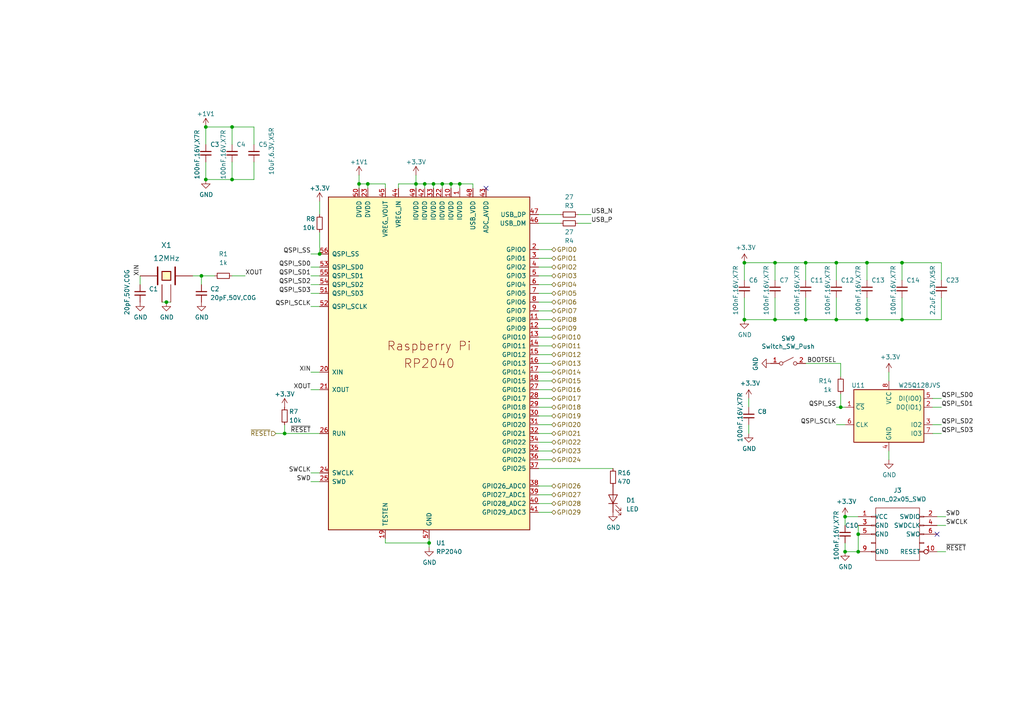
<source format=kicad_sch>
(kicad_sch (version 20250114) (generator "eeschema") (generator_version "9.0")
  (paper "A4")
  (title_block (date "2021-06-05") (rev "Jun2021"))
  (lib_symbols
    (symbol "jlcpcb-basic-capacitor-0402:100nF,16V,X7R "
      (property "Reference" "C" (at 1.71 0.508 0))
      (property "Value" "100nF,16V,X7R" (at 1.71 -1.016 0))
      (symbol "100nF,16V,X7R _0_0"
        (polyline (pts (xy -1.524 0.508) (xy 1.524 0.508)) (stroke (width 0.3048)))
        (polyline (pts (xy -1.524 -0.508) (xy 1.524 -0.508)) (stroke (width 0.3048)))
        (pin passive line (at 0 2.54 270) (length 2.032) (name "~") (number "1"))
        (pin passive line (at 0 -2.54 90) (length 2.032) (name "~") (number "2"))
      )
    )
    (symbol "jlcpcb-basic-capacitor-0402:10uF,6.3V,X5R "
      (property "Reference" "C" (at 1.71 0.508 0))
      (property "Value" "10uF,6.3V,X5R" (at 1.71 -1.016 0))
      (symbol "10uF,6.3V,X5R _0_0"
        (polyline (pts (xy -1.524 0.508) (xy 1.524 0.508)) (stroke (width 0.3048)))
        (polyline (pts (xy -1.524 -0.508) (xy 1.524 -0.508)) (stroke (width 0.3048)))
        (pin passive line (at 0 2.54 270) (length 2.032) (name "~") (number "1"))
        (pin passive line (at 0 -2.54 90) (length 2.032) (name "~") (number "2"))
      )
    )
    (symbol "jlcpcb-basic-capacitor-0402:2.2uF,6.3V,X5R "
      (property "Reference" "C" (at 1.71 0.508 0))
      (property "Value" "2.2uF,6.3V,X5R" (at 1.71 -1.016 0))
      (symbol "2.2uF,6.3V,X5R _0_0"
        (polyline (pts (xy -1.524 0.508) (xy 1.524 0.508)) (stroke (width 0.3048)))
        (polyline (pts (xy -1.524 -0.508) (xy 1.524 -0.508)) (stroke (width 0.3048)))
        (pin passive line (at 0 2.54 270) (length 2.032) (name "~") (number "1"))
        (pin passive line (at 0 -2.54 90) (length 2.032) (name "~") (number "2"))
      )
    )
    (symbol "jlcpcb-basic-capacitor-0402:20pF,50V,C0G "
      (property "Reference" "C" (at 1.71 0.508 0))
      (property "Value" "20pF,50V,C0G" (at 1.71 -1.016 0))
      (symbol "20pF,50V,C0G _0_0"
        (polyline (pts (xy -1.524 0.508) (xy 1.524 0.508)) (stroke (width 0.3048)))
        (polyline (pts (xy -1.524 -0.508) (xy 1.524 -0.508)) (stroke (width 0.3048)))
        (pin passive line (at 0 2.54 270) (length 2.032) (name "~") (number "1"))
        (pin passive line (at 0 -2.54 90) (length 2.032) (name "~") (number "2"))
      )
    )
    (symbol "jlcpcb-basic-resistor-0402:10k"
      (property "Reference" "R" (at 0.762 0.508 0))
      (property "Value" "10k" (at 0.762 -1.016 0))
      (symbol "10k_0_0"
        (rectangle (start -0.762 1.778) (end 0.762 -1.778) (stroke (width 0.2032)))
        (pin passive line (at 0 2.54 270) (length 0.762) (name "~") (number "1"))
        (pin passive line (at 0 -2.54 90) (length 0.762) (name "~") (number "2"))
      )
    )
    (symbol "jlcpcb-basic-resistor-0402:1k"
      (property "Reference" "R" (at 0.762 0.508 0))
      (property "Value" "1k" (at 0.762 -1.016 0))
      (symbol "1k_0_0"
        (rectangle (start -0.762 1.778) (end 0.762 -1.778) (stroke (width 0.2032)))
        (pin passive line (at 0 2.54 270) (length 0.762) (name "~") (number "1"))
        (pin passive line (at 0 -2.54 90) (length 0.762) (name "~") (number "2"))
      )
    )
    (symbol "jlcpcb-basic-resistor-0402:470"
      (property "Reference" "R" (at 0.762 0.508 0))
      (property "Value" "470" (at 0.762 -1.016 0))
      (symbol "470_0_0"
        (rectangle (start -0.762 1.778) (end 0.762 -1.778) (stroke (width 0.2032)))
        (pin passive line (at 0 2.54 270) (length 0.762) (name "~") (number "1"))
        (pin passive line (at 0 -2.54 90) (length 0.762) (name "~") (number "2"))
      )
    )
    (symbol "jlcpcb-basic-resistor-0603:27"
      (property "Reference" "R" (at 0.762 0.508 0))
      (property "Value" "27" (at 0.762 -1.016 0))
      (symbol "27_0_0"
        (rectangle (start -0.762 1.778) (end 0.762 -1.778) (stroke (width 0.2032)))
        (pin passive line (at 0 2.54 270) (length 0.762) (name "~") (number "1"))
        (pin passive line (at 0 -2.54 90) (length 0.762) (name "~") (number "2"))
      )
    )
    (symbol "power:+1V1" (power) (pin_names (offset 0))
      (property "Value" "+1V1" (at 0 3.556 0))
      (symbol "+1V1_0_1"
        (polyline (pts (xy -0.762 1.27) (xy 0 2.54)))
        (polyline (pts (xy 0 2.54) (xy 0.762 1.27)))
        (polyline (pts (xy 0 0) (xy 0 2.54)))
      )
      (symbol "+1V1_1_1"
        (pin power_in line (at 0 0 90) (length 0) (hide yes) (name "+1V1") (number "1"))
      )
    )
    (symbol "power:+3.3V" (power) (pin_names (offset 0))
      (property "Value" "+3.3V" (at 0 3.556 0))
      (symbol "+3.3V_0_1"
        (polyline (pts (xy -0.762 1.27) (xy 0 2.54)))
        (polyline (pts (xy 0 2.54) (xy 0.762 1.27)))
        (polyline (pts (xy 0 0) (xy 0 2.54)))
      )
      (symbol "+3.3V_1_1"
        (pin power_in line (at 0 0 90) (length 0) (hide yes) (name "+3.3V") (number "1"))
      )
    )
    (symbol "power:GND" (power) (pin_names (offset 0))
      (property "Value" "GND" (at 0 -3.81 0))
      (symbol "GND_0_1"
        (polyline (pts (xy 0 0) (xy 0 -1.27) (xy 1.27 -1.27) (xy 0 -2.54) (xy -1.27 -1.27) (xy 0 -1.27)))
      )
      (symbol "GND_1_1"
        (pin power_in line (at 0 0 270) (length 0) (hide yes) (name "GND") (number "1"))
      )
    )
    (symbol "tom-connectors:Conn_02x05_SWD" (pin_names (offset 1.016))
      (property "Reference" "J" (at 5.08 8.89 0))
      (property "Value" "Conn_02x05_SWD" (at 0 -8.89 0))
      (symbol "Conn_02x05_SWD_0_1"
        (rectangle (start -6.35 7.62) (end 6.35 -7.62))
      )
      (symbol "Conn_02x05_SWD_1_1"
        (rectangle (start -7.62 5.207) (end -6.35 4.953) (stroke (width 0.1524)))
        (rectangle (start -7.62 2.667) (end -6.35 2.413) (stroke (width 0.1524)))
        (rectangle (start -7.62 0.127) (end -6.35 -0.127) (stroke (width 0.1524)))
        (rectangle (start -7.62 -2.413) (end -6.35 -2.667) (stroke (width 0.1524)))
        (rectangle (start -7.62 -4.953) (end -6.35 -5.207) (stroke (width 0.1524)))
        (rectangle (start 7.62 5.207) (end 6.35 4.953) (stroke (width 0.1524)))
        (rectangle (start 7.62 2.667) (end 6.35 2.413) (stroke (width 0.1524)))
        (rectangle (start 7.62 0.127) (end 6.35 -0.127) (stroke (width 0.1524)))
        (rectangle (start 7.62 -2.413) (end 6.35 -2.667) (stroke (width 0.1524)))
        (rectangle (start 7.62 -4.953) (end 6.35 -5.207) (stroke (width 0.1524)))
        (pin power_in line (at -11.43 5.08 0) (length 3.81) (name "VCC") (number "1"))
        (pin passive line (at -11.43 2.54 0) (length 3.81) (name "GND") (number "3"))
        (pin passive line (at -11.43 0 0) (length 3.81) (name "GND") (number "5"))
        (pin passive line (at -11.43 -5.08 0) (length 3.81) (name "GND") (number "9"))
        (pin bidirectional line (at 11.43 5.08 180) (length 3.81) (name "SWDIO") (number "2"))
        (pin bidirectional line (at 11.43 2.54 180) (length 3.81) (name "SWDCLK") (number "4"))
        (pin bidirectional line (at 11.43 0 180) (length 3.81) (name "SWO") (number "6"))
        (pin bidirectional inverted (at 11.43 -5.08 180) (length 3.81) (name "RESET") (number "10"))
      )
    )
    (symbol "tom-mechanical:SW_SPST" (pin_names (offset 0) (hide yes))
      (property "Reference" "SW" (at 0 3.175 0))
      (property "Value" "SW_SPST" (at 0 -2.54 0))
      (symbol "SW_SPST_0_0"
        (circle (center -2.032 0) (radius 0.508))
        (polyline (pts (xy -1.524 0.254) (xy 1.524 1.778)))
        (circle (center 2.032 0) (radius 0.508))
      )
      (symbol "SW_SPST_1_1"
        (pin passive line (at -5.08 0 0) (length 2.54) (name "A") (number "1"))
        (pin passive line (at 5.08 0 180) (length 2.54) (name "B") (number "2"))
      )
    )
    (symbol "tom-opto:LED" (pin_numbers (hide yes)) (pin_names (offset 1.016) (hide yes))
      (property "Reference" "D" (at 0 2.54 0))
      (property "Value" "LED" (at 0 -2.54 0))
      (symbol "LED_0_1"
        (polyline (pts (xy -3.048 -0.762) (xy -4.572 -2.286) (xy -3.81 -2.286) (xy -4.572 -2.286) (xy -4.572 -1.524)))
        (polyline (pts (xy -1.778 -0.762) (xy -3.302 -2.286) (xy -2.54 -2.286) (xy -3.302 -2.286) (xy -3.302 -1.524)))
        (polyline (pts (xy -1.27 0) (xy 1.27 0)))
        (polyline (pts (xy -1.27 -1.27) (xy -1.27 1.27)) (stroke (width 0.2032)))
        (polyline (pts (xy 1.27 -1.27) (xy 1.27 1.27) (xy -1.27 0) (xy 1.27 -1.27)) (stroke (width 0.2032)))
      )
      (symbol "LED_1_1"
        (pin passive line (at -3.81 0 0) (length 2.54) (name "K") (number "1"))
        (pin passive line (at 3.81 0 180) (length 2.54) (name "A") (number "2"))
      )
    )
    (symbol "tom-passives:CRYSTAL_4PIN" (pin_numbers (hide yes)) (pin_names (offset 1.016) (hide yes))
      (property "Reference" "X" (at 0 3.81 0))
      (property "Value" "CRYSTAL_4PIN" (at 0 -3.81 0))
      (symbol "CRYSTAL_4PIN_0_1"
        (polyline (pts (xy -2.54 2.54) (xy -2.54 -2.54)) (stroke (width 0.4064)))
        (polyline (pts (xy -1.27 1.27) (xy 1.27 1.27) (xy 1.27 -1.27) (xy -1.27 -1.27) (xy -1.27 1.27)) (stroke (width 0.3048)) (fill (type background)))
        (polyline (pts (xy 2.54 2.54) (xy 2.54 -2.54)) (stroke (width 0.4064)))
      )
      (symbol "CRYSTAL_4PIN_1_1"
        (pin passive line (at -7.62 0 0) (length 5.08) (name "1") (number "1"))
        (pin power_in line (at -1.27 -7.62 90) (length 5.08) (name "GND") (number "2"))
        (pin power_in line (at 1.27 -7.62 90) (length 5.08) (name "GND") (number "4"))
        (pin passive line (at 7.62 0 180) (length 5.08) (name "3") (number "3"))
      )
    )
    (symbol "tom-semiconductors:RP2040" (pin_names (offset 1.016))
      (property "Reference" "U" (at -29.21 49.53 0))
      (property "Value" "RP2040" (at 24.13 -49.53 0))
      (symbol "RP2040_0_0"
        (text "Raspberry Pi" (at 0 5.08 0) (effects (font (size 2.54 2.54))))
        (text "RP2040" (at 0 0 0) (effects (font (size 2.54 2.54))))
      )
      (symbol "RP2040_0_1"
        (rectangle (start 29.21 48.26) (end -29.21 -48.26) (stroke (width 0.254)) (fill (type background)))
      )
      (symbol "RP2040_1_1"
        (pin bidirectional line (at -31.75 31.75 0) (length 2.54) (name "QSPI_SS") (number "56"))
        (pin bidirectional line (at -31.75 27.94 0) (length 2.54) (name "QSPI_SD0") (number "53"))
        (pin bidirectional line (at -31.75 25.4 0) (length 2.54) (name "QSPI_SD1") (number "55"))
        (pin bidirectional line (at -31.75 22.86 0) (length 2.54) (name "QSPI_SD2") (number "54"))
        (pin bidirectional line (at -31.75 20.32 0) (length 2.54) (name "QSPI_SD3") (number "51"))
        (pin output line (at -31.75 16.51 0) (length 2.54) (name "QSPI_SCLK") (number "52"))
        (pin input line (at -31.75 -2.54 0) (length 2.54) (name "XIN") (number "20"))
        (pin passive line (at -31.75 -7.62 0) (length 2.54) (name "XOUT") (number "21"))
        (pin input line (at -31.75 -20.32 0) (length 2.54) (name "RUN") (number "26"))
        (pin output line (at -31.75 -31.75 0) (length 2.54) (name "SWCLK") (number "24"))
        (pin bidirectional line (at -31.75 -34.29 0) (length 2.54) (name "SWD") (number "25"))
        (pin power_in line (at -20.32 50.8 270) (length 2.54) (name "DVDD") (number "50"))
        (pin power_in line (at -17.78 50.8 270) (length 2.54) (name "DVDD") (number "23"))
        (pin power_out line (at -12.7 50.8 270) (length 2.54) (name "VREG_VOUT") (number "45"))
        (pin passive line (at -12.7 -50.8 90) (length 2.54) (name "TESTEN") (number "19"))
        (pin power_in line (at -8.89 50.8 270) (length 2.54) (name "VREG_IN") (number "44"))
        (pin power_in line (at -3.81 50.8 270) (length 2.54) (name "IOVDD") (number "49"))
        (pin power_in line (at -1.27 50.8 270) (length 2.54) (name "IOVDD") (number "42"))
        (pin power_in line (at 0 -50.8 90) (length 2.54) (name "GND") (number "57"))
        (pin power_in line (at 1.27 50.8 270) (length 2.54) (name "IOVDD") (number "33"))
        (pin power_in line (at 3.81 50.8 270) (length 2.54) (name "IOVDD") (number "22"))
        (pin power_in line (at 6.35 50.8 270) (length 2.54) (name "IOVDD") (number "10"))
        (pin power_in line (at 8.89 50.8 270) (length 2.54) (name "IOVDD") (number "1"))
        (pin power_in line (at 12.7 50.8 270) (length 2.54) (name "USB_VDD") (number "48"))
        (pin power_in line (at 16.51 50.8 270) (length 2.54) (name "ADC_AVDD") (number "43"))
        (pin bidirectional line (at 31.75 43.18 180) (length 2.54) (name "USB_DP") (number "47"))
        (pin bidirectional line (at 31.75 40.64 180) (length 2.54) (name "USB_DM") (number "46"))
        (pin bidirectional line (at 31.75 33.02 180) (length 2.54) (name "GPIO0") (number "2"))
        (pin bidirectional line (at 31.75 30.48 180) (length 2.54) (name "GPIO1") (number "3"))
        (pin bidirectional line (at 31.75 27.94 180) (length 2.54) (name "GPIO2") (number "4"))
        (pin bidirectional line (at 31.75 25.4 180) (length 2.54) (name "GPIO3") (number "5"))
        (pin bidirectional line (at 31.75 22.86 180) (length 2.54) (name "GPIO4") (number "6"))
        (pin bidirectional line (at 31.75 20.32 180) (length 2.54) (name "GPIO5") (number "7"))
        (pin bidirectional line (at 31.75 17.78 180) (length 2.54) (name "GPIO6") (number "8"))
        (pin bidirectional line (at 31.75 15.24 180) (length 2.54) (name "GPIO7") (number "9"))
        (pin bidirectional line (at 31.75 12.7 180) (length 2.54) (name "GPIO8") (number "11"))
        (pin bidirectional line (at 31.75 10.16 180) (length 2.54) (name "GPIO9") (number "12"))
        (pin bidirectional line (at 31.75 7.62 180) (length 2.54) (name "GPIO10") (number "13"))
        (pin bidirectional line (at 31.75 5.08 180) (length 2.54) (name "GPIO11") (number "14"))
        (pin bidirectional line (at 31.75 2.54 180) (length 2.54) (name "GPIO12") (number "15"))
        (pin bidirectional line (at 31.75 0 180) (length 2.54) (name "GPIO13") (number "16"))
        (pin bidirectional line (at 31.75 -2.54 180) (length 2.54) (name "GPIO14") (number "17"))
        (pin bidirectional line (at 31.75 -5.08 180) (length 2.54) (name "GPIO15") (number "18"))
        (pin bidirectional line (at 31.75 -7.62 180) (length 2.54) (name "GPIO16") (number "27"))
        (pin bidirectional line (at 31.75 -10.16 180) (length 2.54) (name "GPIO17") (number "28"))
        (pin bidirectional line (at 31.75 -12.7 180) (length 2.54) (name "GPIO18") (number "29"))
        (pin bidirectional line (at 31.75 -15.24 180) (length 2.54) (name "GPIO19") (number "30"))
        (pin bidirectional line (at 31.75 -17.78 180) (length 2.54) (name "GPIO20") (number "31"))
        (pin bidirectional line (at 31.75 -20.32 180) (length 2.54) (name "GPIO21") (number "32"))
        (pin bidirectional line (at 31.75 -22.86 180) (length 2.54) (name "GPIO22") (number "34"))
        (pin bidirectional line (at 31.75 -25.4 180) (length 2.54) (name "GPIO23") (number "35"))
        (pin bidirectional line (at 31.75 -27.94 180) (length 2.54) (name "GPIO24") (number "36"))
        (pin bidirectional line (at 31.75 -30.48 180) (length 2.54) (name "GPIO25") (number "37"))
        (pin bidirectional line (at 31.75 -35.56 180) (length 2.54) (name "GPIO26_ADC0") (number "38"))
        (pin bidirectional line (at 31.75 -38.1 180) (length 2.54) (name "GPIO27_ADC1") (number "39"))
        (pin bidirectional line (at 31.75 -40.64 180) (length 2.54) (name "GPIO28_ADC2") (number "40"))
        (pin bidirectional line (at 31.75 -43.18 180) (length 2.54) (name "GPIO29_ADC3") (number "41"))
      )
    )
    (symbol "tom-semiconductors:W25Q128JVS"
      (property "Reference" "U" (at -8.89 8.89 0))
      (property "Value" "W25Q128JVS" (at 7.62 8.89 0))
      (symbol "W25Q128JVS_0_1"
        (rectangle (start -10.16 7.62) (end 10.16 -7.62) (stroke (width 0.254)) (fill (type background)))
      )
      (symbol "W25Q128JVS_1_1"
        (pin input line (at -12.7 2.54 0) (length 2.54) (name "~{CS}") (number "1"))
        (pin input line (at -12.7 -2.54 0) (length 2.54) (name "CLK") (number "6"))
        (pin power_in line (at 0 10.16 270) (length 2.54) (name "VCC") (number "8"))
        (pin power_in line (at 0 -10.16 90) (length 2.54) (name "GND") (number "4"))
        (pin bidirectional line (at 12.7 5.08 180) (length 2.54) (name "DI(IO0)") (number "5"))
        (pin bidirectional line (at 12.7 2.54 180) (length 2.54) (name "DO(IO1)") (number "2"))
        (pin bidirectional line (at 12.7 -2.54 180) (length 2.54) (name "IO2") (number "3"))
        (pin bidirectional line (at 12.7 -5.08 180) (length 2.54) (name "IO3") (number "7"))
      )
    )
  )
  (junction (at 59.69 36.83))
  (junction (at 233.68 92.71))
  (junction (at 248.92 160.02))
  (junction (at 224.79 76.2))
  (junction (at 261.62 92.71))
  (junction (at 92.71 73.66))
  (junction (at 67.31 52.07))
  (junction (at 130.81 53.34))
  (junction (at 251.46 92.71))
  (junction (at 215.9 76.2))
  (junction (at 120.65 53.34))
  (junction (at 48.26 87.63))
  (junction (at 106.68 53.34))
  (junction (at 123.19 53.34))
  (junction (at 67.31 36.83))
  (junction (at 125.73 53.34))
  (junction (at 245.11 149.86))
  (junction (at 124.46 157.48))
  (junction (at 58.42 80.01))
  (junction (at 215.9 92.71))
  (junction (at 128.27 53.34))
  (junction (at 224.79 92.71))
  (junction (at 59.69 52.07))
  (junction (at 104.14 53.34))
  (junction (at 82.55 125.73))
  (junction (at 133.35 53.34))
  (junction (at 261.62 76.2))
  (junction (at 242.57 76.2))
  (junction (at 245.11 160.02))
  (junction (at 242.57 92.71))
  (junction (at 251.46 76.2))
  (junction (at 248.92 154.94))
  (junction (at 233.68 76.2))
  (junction (at 243.84 118.11))
  (no_connect (at 140.97 54.61))
  (no_connect (at 271.78 154.94))
  (wire (pts (xy 156.21 125.73) (xy 160.02 125.73)))
  (wire (pts (xy 133.35 53.34) (xy 137.16 53.34)))
  (wire (pts (xy 243.84 118.11) (xy 245.11 118.11)))
  (wire (pts (xy 156.21 133.35) (xy 160.02 133.35)))
  (wire (pts (xy 167.64 64.77) (xy 171.45 64.77)))
  (wire (pts (xy 261.62 86.36) (xy 261.62 92.71)))
  (wire (pts (xy 271.78 152.4) (xy 274.32 152.4)))
  (wire (pts (xy 248.92 152.4) (xy 248.92 154.94)))
  (wire (pts (xy 90.17 88.9) (xy 92.71 88.9)))
  (wire (pts (xy 48.26 87.63) (xy 49.53 87.63)))
  (wire (pts (xy 67.31 80.01) (xy 71.12 80.01)))
  (wire (pts (xy 273.05 92.71) (xy 261.62 92.71)))
  (wire (pts (xy 90.17 137.16) (xy 92.71 137.16)))
  (wire (pts (xy 80.01 125.73) (xy 82.55 125.73)))
  (wire (pts (xy 90.17 113.03) (xy 92.71 113.03)))
  (wire (pts (xy 251.46 92.71) (xy 261.62 92.71)))
  (wire (pts (xy 215.9 76.2) (xy 224.79 76.2)))
  (wire (pts (xy 217.17 123.19) (xy 217.17 125.73)))
  (wire (pts (xy 124.46 157.48) (xy 124.46 158.75)))
  (wire (pts (xy 233.68 86.36) (xy 233.68 92.71)))
  (wire (pts (xy 106.68 53.34) (xy 106.68 54.61)))
  (wire (pts (xy 156.21 115.57) (xy 160.02 115.57)))
  (wire (pts (xy 156.21 100.33) (xy 160.02 100.33)))
  (wire (pts (xy 233.68 76.2) (xy 242.57 76.2)))
  (wire (pts (xy 92.71 67.31) (xy 92.71 73.66)))
  (wire (pts (xy 123.19 53.34) (xy 123.19 54.61)))
  (wire (pts (xy 90.17 77.47) (xy 92.71 77.47)))
  (wire (pts (xy 160.02 72.39) (xy 156.21 72.39)))
  (wire (pts (xy 251.46 76.2) (xy 251.46 81.28)))
  (wire (pts (xy 156.21 135.89) (xy 177.8 135.89)))
  (wire (pts (xy 156.21 97.79) (xy 160.02 97.79)))
  (wire (pts (xy 123.19 53.34) (xy 125.73 53.34)))
  (wire (pts (xy 106.68 53.34) (xy 111.76 53.34)))
  (wire (pts (xy 257.81 107.95) (xy 257.81 110.49)))
  (wire (pts (xy 270.51 118.11) (xy 273.05 118.11)))
  (wire (pts (xy 111.76 156.21) (xy 111.76 157.48)))
  (wire (pts (xy 59.69 36.83) (xy 67.31 36.83)))
  (wire (pts (xy 273.05 86.36) (xy 273.05 92.71)))
  (wire (pts (xy 111.76 157.48) (xy 124.46 157.48)))
  (wire (pts (xy 125.73 53.34) (xy 128.27 53.34)))
  (wire (pts (xy 59.69 41.91) (xy 59.69 36.83)))
  (wire (pts (xy 128.27 53.34) (xy 128.27 54.61)))
  (wire (pts (xy 261.62 76.2) (xy 261.62 81.28)))
  (wire (pts (xy 215.9 86.36) (xy 215.9 92.71)))
  (wire (pts (xy 217.17 115.57) (xy 217.17 118.11)))
  (wire (pts (xy 90.17 107.95) (xy 92.71 107.95)))
  (wire (pts (xy 90.17 139.7) (xy 92.71 139.7)))
  (wire (pts (xy 167.64 62.23) (xy 171.45 62.23)))
  (wire (pts (xy 156.21 95.25) (xy 160.02 95.25)))
  (wire (pts (xy 156.21 90.17) (xy 160.02 90.17)))
  (wire (pts (xy 115.57 54.61) (xy 115.57 53.34)))
  (wire (pts (xy 137.16 53.34) (xy 137.16 54.61)))
  (wire (pts (xy 245.11 160.02) (xy 248.92 160.02)))
  (wire (pts (xy 245.11 149.86) (xy 248.92 149.86)))
  (wire (pts (xy 251.46 86.36) (xy 251.46 92.71)))
  (wire (pts (xy 59.69 52.07) (xy 67.31 52.07)))
  (wire (pts (xy 160.02 74.93) (xy 156.21 74.93)))
  (wire (pts (xy 156.21 123.19) (xy 160.02 123.19)))
  (wire (pts (xy 124.46 156.21) (xy 124.46 157.48)))
  (wire (pts (xy 67.31 46.99) (xy 67.31 52.07)))
  (wire (pts (xy 59.69 46.99) (xy 59.69 52.07)))
  (wire (pts (xy 242.57 76.2) (xy 242.57 81.28)))
  (wire (pts (xy 40.64 80.01) (xy 40.64 82.55)))
  (wire (pts (xy 224.79 76.2) (xy 233.68 76.2)))
  (wire (pts (xy 156.21 64.77) (xy 162.56 64.77)))
  (wire (pts (xy 156.21 105.41) (xy 160.02 105.41)))
  (wire (pts (xy 233.68 92.71) (xy 242.57 92.71)))
  (wire (pts (xy 90.17 85.09) (xy 92.71 85.09)))
  (wire (pts (xy 251.46 76.2) (xy 261.62 76.2)))
  (wire (pts (xy 215.9 76.2) (xy 215.9 81.28)))
  (wire (pts (xy 58.42 80.01) (xy 55.88 80.01)))
  (wire (pts (xy 215.9 92.71) (xy 224.79 92.71)))
  (wire (pts (xy 271.78 149.86) (xy 274.32 149.86)))
  (wire (pts (xy 271.78 160.02) (xy 274.32 160.02)))
  (wire (pts (xy 243.84 114.3) (xy 243.84 118.11)))
  (wire (pts (xy 125.73 53.34) (xy 125.73 54.61)))
  (wire (pts (xy 90.17 73.66) (xy 92.71 73.66)))
  (wire (pts (xy 73.66 36.83) (xy 73.66 41.91)))
  (wire (pts (xy 115.57 53.34) (xy 120.65 53.34)))
  (wire (pts (xy 156.21 82.55) (xy 160.02 82.55)))
  (wire (pts (xy 133.35 53.34) (xy 133.35 54.61)))
  (wire (pts (xy 273.05 76.2) (xy 273.05 81.28)))
  (wire (pts (xy 156.21 107.95) (xy 160.02 107.95)))
  (wire (pts (xy 224.79 92.71) (xy 233.68 92.71)))
  (wire (pts (xy 120.65 53.34) (xy 123.19 53.34)))
  (wire (pts (xy 257.81 130.81) (xy 257.81 133.35)))
  (wire (pts (xy 156.21 85.09) (xy 160.02 85.09)))
  (wire (pts (xy 73.66 46.99) (xy 73.66 52.07)))
  (wire (pts (xy 233.68 76.2) (xy 233.68 81.28)))
  (wire (pts (xy 104.14 54.61) (xy 104.14 53.34)))
  (wire (pts (xy 156.21 140.97) (xy 160.02 140.97)))
  (wire (pts (xy 82.55 125.73) (xy 92.71 125.73)))
  (wire (pts (xy 156.21 148.59) (xy 160.02 148.59)))
  (wire (pts (xy 67.31 36.83) (xy 73.66 36.83)))
  (wire (pts (xy 245.11 149.86) (xy 245.11 152.4)))
  (wire (pts (xy 58.42 80.01) (xy 58.42 82.55)))
  (wire (pts (xy 224.79 86.36) (xy 224.79 92.71)))
  (wire (pts (xy 160.02 102.87) (xy 156.21 102.87)))
  (wire (pts (xy 156.21 80.01) (xy 160.02 80.01)))
  (wire (pts (xy 224.79 76.2) (xy 224.79 81.28)))
  (wire (pts (xy 160.02 118.11) (xy 156.21 118.11)))
  (wire (pts (xy 58.42 80.01) (xy 62.23 80.01)))
  (wire (pts (xy 120.65 50.8) (xy 120.65 53.34)))
  (wire (pts (xy 270.51 115.57) (xy 273.05 115.57)))
  (wire (pts (xy 242.57 86.36) (xy 242.57 92.71)))
  (wire (pts (xy 120.65 54.61) (xy 120.65 53.34)))
  (wire (pts (xy 242.57 118.11) (xy 243.84 118.11)))
  (wire (pts (xy 67.31 52.07) (xy 73.66 52.07)))
  (wire (pts (xy 90.17 82.55) (xy 92.71 82.55)))
  (wire (pts (xy 67.31 36.83) (xy 67.31 41.91)))
  (wire (pts (xy 82.55 123.19) (xy 82.55 125.73)))
  (wire (pts (xy 270.51 125.73) (xy 273.05 125.73)))
  (wire (pts (xy 104.14 53.34) (xy 106.68 53.34)))
  (wire (pts (xy 156.21 110.49) (xy 160.02 110.49)))
  (wire (pts (xy 111.76 53.34) (xy 111.76 54.61)))
  (wire (pts (xy 128.27 53.34) (xy 130.81 53.34)))
  (wire (pts (xy 156.21 128.27) (xy 160.02 128.27)))
  (wire (pts (xy 160.02 92.71) (xy 156.21 92.71)))
  (wire (pts (xy 242.57 123.19) (xy 245.11 123.19)))
  (wire (pts (xy 245.11 157.48) (xy 245.11 160.02)))
  (wire (pts (xy 46.99 87.63) (xy 48.26 87.63)))
  (wire (pts (xy 156.21 143.51) (xy 160.02 143.51)))
  (wire (pts (xy 156.21 62.23) (xy 162.56 62.23)))
  (wire (pts (xy 92.71 58.42) (xy 92.71 62.23)))
  (wire (pts (xy 156.21 130.81) (xy 160.02 130.81)))
  (wire (pts (xy 156.21 120.65) (xy 160.02 120.65)))
  (wire (pts (xy 243.84 105.41) (xy 243.84 109.22)))
  (wire (pts (xy 130.81 53.34) (xy 133.35 53.34)))
  (wire (pts (xy 90.17 80.01) (xy 92.71 80.01)))
  (wire (pts (xy 130.81 53.34) (xy 130.81 54.61)))
  (wire (pts (xy 156.21 87.63) (xy 160.02 87.63)))
  (wire (pts (xy 233.68 105.41) (xy 243.84 105.41)))
  (wire (pts (xy 156.21 146.05) (xy 160.02 146.05)))
  (wire (pts (xy 156.21 77.47) (xy 160.02 77.47)))
  (wire (pts (xy 156.21 113.03) (xy 160.02 113.03)))
  (wire (pts (xy 261.62 76.2) (xy 273.05 76.2)))
  (wire (pts (xy 242.57 92.71) (xy 251.46 92.71)))
  (wire (pts (xy 242.57 76.2) (xy 251.46 76.2)))
  (wire (pts (xy 248.92 154.94) (xy 248.92 160.02)))
  (wire (pts (xy 104.14 50.8) (xy 104.14 53.34)))
  (wire (pts (xy 270.51 123.19) (xy 273.05 123.19)))
  (label "USB_P" (at 171.45 64.77 0))
  (label "SWD" (at 274.32 149.86 0))
  (label "XOUT" (at 90.17 113.03 180))
  (label "QSPI_SD3" (at 90.17 85.09 180))
  (label "~{RESET}" (at 90.17 125.73 180))
  (label "QSPI_SCLK" (at 90.17 88.9 180))
  (label "USB_N" (at 171.45 62.23 0))
  (label "XIN" (at 40.64 80.01 90))
  (label "QSPI_SD1" (at 273.05 118.11 0))
  (label "QSPI_SD3" (at 273.05 125.73 0))
  (label "XOUT" (at 71.12 80.01 0))
  (label "QSPI_SS" (at 242.57 118.11 180))
  (label "QSPI_SD2" (at 273.05 123.19 0))
  (label "QSPI_SD2" (at 90.17 82.55 180))
  (label "SWD" (at 90.17 139.7 180))
  (label "~{RESET}" (at 274.32 160.02 0))
  (label "QSPI_SD0" (at 273.05 115.57 0))
  (label "SWCLK" (at 90.17 137.16 180))
  (label "QSPI_SS" (at 90.17 73.66 180))
  (label "QSPI_SD1" (at 90.17 80.01 180))
  (label "QSPI_SD0" (at 90.17 77.47 180))
  (label "QSPI_SCLK" (at 242.57 123.19 180))
  (label "BOOTSEL" (at 242.57 105.41 180))
  (label "XIN" (at 90.17 107.95 180))
  (label "SWCLK" (at 274.32 152.4 0))
  (hierarchical_label "GPIO23" (shape bidirectional) (at 160.02 130.81 0))
  (hierarchical_label "GPIO24" (shape bidirectional) (at 160.02 133.35 0))
  (hierarchical_label "GPIO15" (shape bidirectional) (at 160.02 110.49 0))
  (hierarchical_label "GPIO8" (shape bidirectional) (at 160.02 92.71 0))
  (hierarchical_label "GPIO1" (shape bidirectional) (at 160.02 74.93 0))
  (hierarchical_label "~{RESET}" (shape input) (at 80.01 125.73 180))
  (hierarchical_label "GPIO14" (shape bidirectional) (at 160.02 107.95 0))
  (hierarchical_label "GPIO27" (shape bidirectional) (at 160.02 143.51 0))
  (hierarchical_label "GPIO4" (shape bidirectional) (at 160.02 82.55 0))
  (hierarchical_label "GPIO7" (shape bidirectional) (at 160.02 90.17 0))
  (hierarchical_label "GPIO5" (shape bidirectional) (at 160.02 85.09 0))
  (hierarchical_label "GPIO21" (shape bidirectional) (at 160.02 125.73 0))
  (hierarchical_label "GPIO16" (shape bidirectional) (at 160.02 113.03 0))
  (hierarchical_label "GPIO17" (shape bidirectional) (at 160.02 115.57 0))
  (hierarchical_label "GPIO11" (shape bidirectional) (at 160.02 100.33 0))
  (hierarchical_label "GPIO10" (shape bidirectional) (at 160.02 97.79 0))
  (hierarchical_label "GPIO2" (shape bidirectional) (at 160.02 77.47 0))
  (hierarchical_label "GPIO20" (shape bidirectional) (at 160.02 123.19 0))
  (hierarchical_label "GPIO12" (shape bidirectional) (at 160.02 102.87 0))
  (hierarchical_label "GPIO22" (shape bidirectional) (at 160.02 128.27 0))
  (hierarchical_label "GPIO19" (shape bidirectional) (at 160.02 120.65 0))
  (hierarchical_label "GPIO0" (shape bidirectional) (at 160.02 72.39 0))
  (hierarchical_label "GPIO29" (shape bidirectional) (at 159.9978 148.59 0))
  (hierarchical_label "GPIO3" (shape bidirectional) (at 160.02 80.01 0))
  (hierarchical_label "GPIO26" (shape bidirectional) (at 160.02 140.97 0))
  (hierarchical_label "GPIO13" (shape bidirectional) (at 160.02 105.41 0))
  (hierarchical_label "GPIO18" (shape bidirectional) (at 160.02 118.11 0))
  (hierarchical_label "GPIO28" (shape bidirectional) (at 160.02 146.05 0))
  (hierarchical_label "GPIO6" (shape bidirectional) (at 160.02 87.63 0))
  (hierarchical_label "GPIO9" (shape bidirectional) (at 160.02 95.25 0))
  (symbol (lib_id "power:GND") (at 40.64 87.63 0) (unit 1)
    (property "Reference" "#PWR0105" (effects (hide yes)))
    (property "Value" "GND" (at 40.767 92.0242 0))
  )
  (symbol (lib_id "power:GND") (at 58.42 87.63 0) (unit 1)
    (property "Reference" "#PWR0106" (effects (hide yes)))
    (property "Value" "GND" (at 58.547 92.0242 0))
  )
  (symbol (lib_id "power:GND") (at 59.69 52.07 0) (unit 1)
    (property "Reference" "#PWR0116" (effects (hide yes)))
    (property "Value" "GND" (at 59.817 56.4642 0))
  )
  (symbol (lib_id "tom-semiconductors:W25Q128JVS") (at 257.81 120.65 0) (unit 1)
    (property "Reference" "U11" (at 248.92 111.76 0))
    (property "Value" "W25Q128JVS" (at 266.7 111.76 0))
    (property "Footprint" "tom-semiconductors:SOIC-8_5.23x5.23mm_P1.27mm" (effects (hide yes)))
    (property "Datasheet" "http://www.winbond.com/resource-files/w25q32jv%20revg%2003272018%20plus.pdf" (effects (hide yes)))
    (property "LCSC" "C97521" (effects (hide yes)))
  )
  (symbol (lib_id "power:+3.3V") (at 217.17 115.57 0) (unit 1)
    (property "Reference" "#PWR0159" (effects (hide yes)))
    (property "Value" "+3.3V" (at 217.551 111.1758 0))
  )
  (symbol (lib_id "power:GND") (at 217.17 125.73 0) (unit 1)
    (property "Reference" "#PWR0160" (effects (hide yes)))
    (property "Value" "GND" (at 217.297 130.1242 0))
  )
  (symbol (lib_id "power:+3.3V") (at 215.9 76.2 0) (unit 1)
    (property "Reference" "#PWR0155" (effects (hide yes)))
    (property "Value" "+3.3V" (at 216.281 71.8058 0))
  )
  (symbol (lib_id "power:GND") (at 215.9 92.71 0) (unit 1)
    (property "Reference" "#PWR0156" (effects (hide yes)))
    (property "Value" "GND" (at 216.027 97.1042 0))
  )
  (symbol (lib_id "power:GND") (at 48.26 87.63 0) (unit 1)
    (property "Reference" "#PWR0112" (effects (hide yes)))
    (property "Value" "GND" (at 48.387 92.0242 0))
  )
  (symbol (lib_id "jlcpcb-basic-capacitor-0402:100nF,16V,X7R ") (at 242.57 83.82 0) (unit 1)
    (property "Reference" "C12" (at 243.84 81.28 0) (effects (justify left)))
    (property "Value" "100nF,16V,X7R" (at 240.03 91.44 90) (effects (justify left)))
    (property "Footprint" "C_0402_1005Metric" (effects (hide yes)))
    (property "Datasheet" "https://datasheet.lcsc.com/lcsc/1810191219_Samsung-Electro-Mechanics-CL05B104KO5NNNC_C1525.pdf" (effects (hide yes)))
    (property "LCSC" "C1525" (effects (hide yes)))
    (property "MFG" "Samsung Electro-Mechanics" (effects (hide yes)))
    (property "MFGPN" "CL05B104KO5NNNC" (effects (hide yes)))
  )
  (symbol (lib_id "power:GND") (at 124.46 158.75 0) (unit 1)
    (property "Reference" "#PWR0107" (effects (hide yes)))
    (property "Value" "GND" (at 124.587 163.1442 0))
  )
  (symbol (lib_id "power:GND") (at 223.52 105.41 270) (unit 1)
    (property "Reference" "#PWR0103" (effects (hide yes)))
    (property "Value" "GND" (at 219.1258 105.537 0))
  )
  (symbol (lib_id "jlcpcb-basic-capacitor-0402:20pF,50V,C0G ") (at 58.42 85.09 0) (unit 1)
    (property "Reference" "C2" (at 60.96 83.8199 0) (effects (justify left)))
    (property "Value" "20pF,50V,C0G" (at 60.96 86.3599 0) (effects (justify left)))
    (property "Footprint" "C_0402_1005Metric" (effects (hide yes)))
    (property "Datasheet" "https://datasheet.lcsc.com/lcsc/1811141710_FH-Guangdong-Fenghua-Advanced-Tech-0402CG200J500NT_C1554.pdf" (effects (hide yes)))
    (property "LCSC" "C1554" (effects (hide yes)))
    (property "MFG" "FH(Guangdong Fenghua Advanced Tech)" (effects (hide yes)))
    (property "MFGPN" "0402CG200J500NT" (effects (hide yes)))
  )
  (symbol (lib_id "tom-opto:LED") (at 177.8 144.78 90) (unit 1)
    (property "Reference" "D1" (at 181.61 145.1101 90) (effects (justify right)))
    (property "Value" "LED" (at 181.61 147.6501 90) (effects (justify right)))
    (property "Footprint" "tom-opto:LED_0805_2012Metric" (effects (hide yes)))
    (property "LCSC" "C2296" (effects (hide yes)))
  )
  (symbol (lib_id "jlcpcb-basic-capacitor-0402:100nF,16V,X7R ") (at 59.69 44.45 0) (unit 1)
    (property "Reference" "C3" (at 60.96 41.91 0) (effects (justify left)))
    (property "Value" "100nF,16V,X7R" (at 57.15 52.07 90) (effects (justify left)))
    (property "Footprint" "C_0402_1005Metric" (effects (hide yes)))
    (property "Datasheet" "https://datasheet.lcsc.com/lcsc/1810191219_Samsung-Electro-Mechanics-CL05B104KO5NNNC_C1525.pdf" (effects (hide yes)))
    (property "LCSC" "C1525" (effects (hide yes)))
    (property "MFG" "Samsung Electro-Mechanics" (effects (hide yes)))
    (property "MFGPN" "CL05B104KO5NNNC" (effects (hide yes)))
  )
  (symbol (lib_id "jlcpcb-basic-capacitor-0402:100nF,16V,X7R ") (at 217.17 120.65 0) (unit 1)
    (property "Reference" "C8" (at 219.71 119.3799 0) (effects (justify left)))
    (property "Value" "100nF,16V,X7R" (at 214.63 128.27 90) (effects (justify left)))
    (property "Footprint" "C_0402_1005Metric" (effects (hide yes)))
    (property "Datasheet" "https://datasheet.lcsc.com/lcsc/1810191219_Samsung-Electro-Mechanics-CL05B104KO5NNNC_C1525.pdf" (effects (hide yes)))
    (property "LCSC" "C1525" (effects (hide yes)))
    (property "MFG" "Samsung Electro-Mechanics" (effects (hide yes)))
    (property "MFGPN" "CL05B104KO5NNNC" (effects (hide yes)))
  )
  (symbol (lib_id "jlcpcb-basic-capacitor-0402:20pF,50V,C0G ") (at 40.64 85.09 0) (unit 1)
    (property "Reference" "C1" (at 43.18 83.8199 0) (effects (justify left)))
    (property "Value" "20pF,50V,C0G" (at 36.83 91.44 90) (effects (justify left)))
    (property "Footprint" "C_0402_1005Metric" (effects (hide yes)))
    (property "Datasheet" "https://datasheet.lcsc.com/lcsc/1811141710_FH-Guangdong-Fenghua-Advanced-Tech-0402CG200J500NT_C1554.pdf" (effects (hide yes)))
    (property "LCSC" "C1554" (effects (hide yes)))
    (property "MFG" "FH(Guangdong Fenghua Advanced Tech)" (effects (hide yes)))
    (property "MFGPN" "0402CG200J500NT" (effects (hide yes)))
  )
  (symbol (lib_id "jlcpcb-basic-capacitor-0402:100nF,16V,X7R ") (at 233.68 83.82 0) (unit 1)
    (property "Reference" "C11" (at 234.95 81.28 0) (effects (justify left)))
    (property "Value" "100nF,16V,X7R" (at 231.14 91.44 90) (effects (justify left)))
    (property "Footprint" "C_0402_1005Metric" (effects (hide yes)))
    (property "Datasheet" "https://datasheet.lcsc.com/lcsc/1810191219_Samsung-Electro-Mechanics-CL05B104KO5NNNC_C1525.pdf" (effects (hide yes)))
    (property "LCSC" "C1525" (effects (hide yes)))
    (property "MFG" "Samsung Electro-Mechanics" (effects (hide yes)))
    (property "MFGPN" "CL05B104KO5NNNC" (effects (hide yes)))
  )
  (symbol (lib_id "jlcpcb-basic-capacitor-0402:2.2uF,6.3V,X5R ") (at 273.05 83.82 0) (unit 1)
    (property "Reference" "C23" (at 274.32 81.28 0) (effects (justify left)))
    (property "Value" "2.2uF,6.3V,X5R" (at 270.51 91.44 90) (effects (justify left)))
    (property "Footprint" "C_0402_1005Metric" (effects (hide yes)))
    (property "Datasheet" "https://datasheet.lcsc.com/lcsc/1811021410_Samsung-Electro-Mechanics-CL05A225MQ5NSNC_C12530.pdf" (effects (hide yes)))
    (property "LCSC" "C12530" (effects (hide yes)))
    (property "MFG" "Samsung Electro-Mechanics" (effects (hide yes)))
    (property "MFGPN" "CL05A225MQ5NSNC" (effects (hide yes)))
  )
  (symbol (lib_id "jlcpcb-basic-capacitor-0402:100nF,16V,X7R ") (at 245.11 154.94 0) (unit 1)
    (property "Reference" "C10" (at 245.11 152.4 0) (effects (justify left)))
    (property "Value" "100nF,16V,X7R" (at 242.57 162.56 90) (effects (justify left)))
    (property "Footprint" "C_0402_1005Metric" (effects (hide yes)))
    (property "Datasheet" "https://datasheet.lcsc.com/lcsc/1810191219_Samsung-Electro-Mechanics-CL05B104KO5NNNC_C1525.pdf" (effects (hide yes)))
    (property "LCSC" "C1525" (effects (hide yes)))
    (property "MFG" "Samsung Electro-Mechanics" (effects (hide yes)))
    (property "MFGPN" "CL05B104KO5NNNC" (effects (hide yes)))
  )
  (symbol (lib_id "jlcpcb-basic-capacitor-0402:100nF,16V,X7R ") (at 67.31 44.45 0) (unit 1)
    (property "Reference" "C4" (at 68.58 41.91 0) (effects (justify left)))
    (property "Value" "100nF,16V,X7R" (at 64.77 52.07 90) (effects (justify left)))
    (property "Footprint" "C_0402_1005Metric" (effects (hide yes)))
    (property "Datasheet" "https://datasheet.lcsc.com/lcsc/1810191219_Samsung-Electro-Mechanics-CL05B104KO5NNNC_C1525.pdf" (effects (hide yes)))
    (property "LCSC" "C1525" (effects (hide yes)))
    (property "MFG" "Samsung Electro-Mechanics" (effects (hide yes)))
    (property "MFGPN" "CL05B104KO5NNNC" (effects (hide yes)))
  )
  (symbol (lib_id "jlcpcb-basic-capacitor-0402:100nF,16V,X7R ") (at 261.62 83.82 0) (unit 1)
    (property "Reference" "C14" (at 262.89 81.28 0) (effects (justify left)))
    (property "Value" "100nF,16V,X7R" (at 259.08 91.44 90) (effects (justify left)))
    (property "Footprint" "C_0402_1005Metric" (effects (hide yes)))
    (property "Datasheet" "https://datasheet.lcsc.com/lcsc/1810191219_Samsung-Electro-Mechanics-CL05B104KO5NNNC_C1525.pdf" (effects (hide yes)))
    (property "LCSC" "C1525" (effects (hide yes)))
    (property "MFG" "Samsung Electro-Mechanics" (effects (hide yes)))
    (property "MFGPN" "CL05B104KO5NNNC" (effects (hide yes)))
  )
  (symbol (lib_id "power:GND") (at 245.11 160.02 0) (unit 1)
    (property "Reference" "#PWR0110" (effects (hide yes)))
    (property "Value" "GND" (at 245.237 164.4142 0))
  )
  (symbol (lib_id "jlcpcb-basic-resistor-0402:1k") (at 243.84 111.76 0) (mirror x) (unit 1)
    (property "Reference" "R14" (at 241.3 110.4899 0) (effects (justify right)))
    (property "Value" "1k" (at 241.3 113.0299 0) (effects (justify right)))
    (property "Footprint" "R_0402_1005Metric" (effects (hide yes)))
    (property "Datasheet" "https://datasheet.lcsc.com/lcsc/2110251730_UNI-ROYAL-Uniroyal-Elec-0402WGF1001TCE_C11702.pdf" (effects (hide yes)))
    (property "LCSC" "C11702" (effects (hide yes)))
    (property "MFG" "UNI-ROYAL(Uniroyal Elec)" (effects (hide yes)))
    (property "MFGPN" "0402WGF1001TCE" (effects (hide yes)))
  )
  (symbol (lib_id "jlcpcb-basic-resistor-0603:27") (at 165.1 62.23 270) (unit 1)
    (property "Reference" "R3" (at 165.1 59.69 90))
    (property "Value" "27" (at 165.1 57.15 90))
    (property "Footprint" "R_0603_1608Metric" (effects (hide yes)))
    (property "Datasheet" "https://datasheet.lcsc.com/lcsc/2110252230_UNI-ROYAL-Uniroyal-Elec-0603WAF270JT5E_C25190.pdf" (effects (hide yes)))
    (property "LCSC" "C25190" (effects (hide yes)))
    (property "MFG" "UNI-ROYAL(Uniroyal Elec)" (effects (hide yes)))
    (property "MFGPN" "0603WAF270JT5E" (effects (hide yes)))
  )
  (symbol (lib_id "jlcpcb-basic-capacitor-0402:100nF,16V,X7R ") (at 215.9 83.82 0) (unit 1)
    (property "Reference" "C6" (at 217.17 81.28 0) (effects (justify left)))
    (property "Value" "100nF,16V,X7R" (at 213.36 91.44 90) (effects (justify left)))
    (property "Footprint" "C_0402_1005Metric" (effects (hide yes)))
    (property "Datasheet" "https://datasheet.lcsc.com/lcsc/1810191219_Samsung-Electro-Mechanics-CL05B104KO5NNNC_C1525.pdf" (effects (hide yes)))
    (property "LCSC" "C1525" (effects (hide yes)))
    (property "MFG" "Samsung Electro-Mechanics" (effects (hide yes)))
    (property "MFGPN" "CL05B104KO5NNNC" (effects (hide yes)))
  )
  (symbol (lib_id "jlcpcb-basic-capacitor-0402:10uF,6.3V,X5R ") (at 73.66 44.45 0) (unit 1)
    (property "Reference" "C5" (at 74.93 41.91 0) (effects (justify left)))
    (property "Value" "10uF,6.3V,X5R" (at 78.74 50.8 90) (effects (justify left)))
    (property "Footprint" "C_0402_1005Metric" (effects (hide yes)))
    (property "Datasheet" "https://datasheet.lcsc.com/lcsc/1810191215_Samsung-Electro-Mechanics-CL05A106MQ5NUNC_C15525.pdf" (effects (hide yes)))
    (property "LCSC" "C15525" (effects (hide yes)))
    (property "MFG" "Samsung Electro-Mechanics" (effects (hide yes)))
    (property "MFGPN" "CL05A106MQ5NUNC" (effects (hide yes)))
  )
  (symbol (lib_id "jlcpcb-basic-resistor-0402:470") (at 177.8 138.43 0) (unit 1)
    (property "Reference" "R16" (at 179.07 137.16 0) (effects (justify left)))
    (property "Value" "470" (at 179.07 139.7 0) (effects (justify left)))
    (property "Footprint" "R_0402_1005Metric" (effects (hide yes)))
    (property "Datasheet" "https://datasheet.lcsc.com/lcsc/2110252230_UNI-ROYAL-Uniroyal-Elec-0402WGF4700TCE_C25117.pdf" (effects (hide yes)))
    (property "LCSC" "C25117" (effects (hide yes)))
    (property "MFG" "UNI-ROYAL(Uniroyal Elec)" (effects (hide yes)))
    (property "MFGPN" "0402WGF4700TCE" (effects (hide yes)))
  )
  (symbol (lib_id "jlcpcb-basic-capacitor-0402:100nF,16V,X7R ") (at 251.46 83.82 0) (unit 1)
    (property "Reference" "C13" (at 252.73 81.28 0) (effects (justify left)))
    (property "Value" "100nF,16V,X7R" (at 248.92 91.44 90) (effects (justify left)))
    (property "Footprint" "C_0402_1005Metric" (effects (hide yes)))
    (property "Datasheet" "https://datasheet.lcsc.com/lcsc/1810191219_Samsung-Electro-Mechanics-CL05B104KO5NNNC_C1525.pdf" (effects (hide yes)))
    (property "LCSC" "C1525" (effects (hide yes)))
    (property "MFG" "Samsung Electro-Mechanics" (effects (hide yes)))
    (property "MFGPN" "CL05B104KO5NNNC" (effects (hide yes)))
  )
  (symbol (lib_id "tom-passives:CRYSTAL_4PIN") (at 48.26 80.01 0) (unit 1)
    (property "Reference" "X1" (at 48.26 71.12 0) (effects (font (size 1.524 1.524))))
    (property "Value" "12MHz" (at 48.26 74.93 0) (effects (font (size 1.524 1.524))))
    (property "Footprint" "tom-passives:Crystal_SMD_3225-4Pin_3.2x2.5mm" (effects (hide yes)))
    (property "LCSC" "C9002" (effects (hide yes)))
  )
  (symbol (lib_id "jlcpcb-basic-resistor-0402:1k") (at 64.77 80.01 270) (mirror x) (unit 1)
    (property "Reference" "R1" (at 64.77 73.66 90))
    (property "Value" "1k" (at 64.77 76.2 90))
    (property "Footprint" "R_0402_1005Metric" (effects (hide yes)))
    (property "Datasheet" "https://datasheet.lcsc.com/lcsc/2110251730_UNI-ROYAL-Uniroyal-Elec-0402WGF1001TCE_C11702.pdf" (effects (hide yes)))
    (property "LCSC" "C11702" (effects (hide yes)))
    (property "MFG" "UNI-ROYAL(Uniroyal Elec)" (effects (hide yes)))
    (property "MFGPN" "0402WGF1001TCE" (effects (hide yes)))
  )
  (symbol (lib_id "power:+3.3V") (at 82.55 118.11 0) (unit 1)
    (property "Reference" "#PWR01" (effects (hide yes)))
    (property "Value" "+3.3V" (at 82.55 114.3 0))
  )
  (symbol (lib_id "power:GND") (at 177.8 148.59 0) (unit 1)
    (property "Reference" "#PWR0114" (effects (hide yes)))
    (property "Value" "GND" (at 177.927 152.9842 0))
  )
  (symbol (lib_id "jlcpcb-basic-resistor-0402:10k") (at 92.71 64.77 0) (mirror y) (unit 1)
    (property "Reference" "R8" (at 91.44 63.5 0) (effects (justify left)))
    (property "Value" "10k" (at 91.44 66.04 0) (effects (justify left)))
    (property "Footprint" "R_0402_1005Metric" (effects (hide yes)))
    (property "Datasheet" "https://datasheet.lcsc.com/lcsc/2110260030_UNI-ROYAL-Uniroyal-Elec-0402WGF1002TCE_C25744.pdf" (effects (hide yes)))
    (property "LCSC" "C25744" (effects (hide yes)))
    (property "MFG" "UNI-ROYAL(Uniroyal Elec)" (effects (hide yes)))
    (property "MFGPN" "0402WGF1002TCE" (effects (hide yes)))
  )
  (symbol (lib_id "jlcpcb-basic-resistor-0603:27") (at 165.1 64.77 270) (unit 1)
    (property "Reference" "R4" (at 165.1 69.85 90))
    (property "Value" "27" (at 165.1 67.31 90))
    (property "Footprint" "R_0603_1608Metric" (effects (hide yes)))
    (property "Datasheet" "https://datasheet.lcsc.com/lcsc/2110252230_UNI-ROYAL-Uniroyal-Elec-0603WAF270JT5E_C25190.pdf" (effects (hide yes)))
    (property "LCSC" "C25190" (effects (hide yes)))
    (property "MFG" "UNI-ROYAL(Uniroyal Elec)" (effects (hide yes)))
    (property "MFGPN" "0603WAF270JT5E" (effects (hide yes)))
  )
  (symbol (lib_id "power:+1V1") (at 59.69 36.83 0) (unit 1)
    (property "Reference" "#PWR03" (effects (hide yes)))
    (property "Value" "+1V1" (at 59.69 33.02 0))
  )
  (symbol (lib_id "power:+3.3V") (at 257.81 107.95 0) (unit 1)
    (property "Reference" "#PWR0108" (effects (hide yes)))
    (property "Value" "+3.3V" (at 258.191 103.5558 0))
  )
  (symbol (lib_id "tom-connectors:Conn_02x05_SWD") (at 260.35 154.94 0) (unit 1)
    (property "Reference" "J3" (at 260.35 142.24 0))
    (property "Value" "Conn_02x05_SWD" (at 260.35 144.78 0))
    (property "Footprint" "tom-connectors:FTSH-105-01-F-DV-K" (effects (hide yes)))
  )
  (symbol (lib_id "power:+3.3V") (at 245.11 149.86 0) (unit 1)
    (property "Reference" "#PWR0109" (effects (hide yes)))
    (property "Value" "+3.3V" (at 245.491 145.4658 0))
  )
  (symbol (lib_id "tom-mechanical:SW_SPST") (at 228.6 105.41 0) (unit 1)
    (property "Reference" "SW9" (at 228.6 98.171 0))
    (property "Value" "Switch_SW_Push" (at 228.6 100.4824 0))
    (property "Footprint" "tom-mechanical:SW_SPST_SMD_SIDE_C319395" (effects (hide yes)))
    (property "LCSC" "C319395" (effects (hide yes)))
  )
  (symbol (lib_id "power:GND") (at 257.81 133.35 0) (unit 1)
    (property "Reference" "#PWR0111" (effects (hide yes)))
    (property "Value" "GND" (at 257.937 137.7442 0))
  )
  (symbol (lib_id "tom-semiconductors:RP2040") (at 124.46 105.41 0) (unit 1)
    (property "Reference" "U1" (at 126.4794 157.48 0) (effects (justify left)))
    (property "Value" "RP2040" (at 126.4794 160.02 0) (effects (justify left)))
    (property "Footprint" "tom-semiconductors:RP2040-QFN-56" (effects (hide yes)))
    (property "LCSC" "C2040" (effects (hide yes)))
  )
  (symbol (lib_id "power:+3.3V") (at 120.65 50.8 0) (unit 1)
    (property "Reference" "#PWR0102" (effects (hide yes)))
    (property "Value" "+3.3V" (at 120.65 46.99 0))
  )
  (symbol (lib_id "power:+3.3V") (at 92.71 58.42 0) (mirror y) (unit 1)
    (property "Reference" "#PWR02" (effects (hide yes)))
    (property "Value" "+3.3V" (at 92.71 54.61 0))
  )
  (symbol (lib_id "jlcpcb-basic-capacitor-0402:100nF,16V,X7R ") (at 224.79 83.82 0) (unit 1)
    (property "Reference" "C7" (at 226.06 81.28 0) (effects (justify left)))
    (property "Value" "100nF,16V,X7R" (at 222.25 91.44 90) (effects (justify left)))
    (property "Footprint" "C_0402_1005Metric" (effects (hide yes)))
    (property "Datasheet" "https://datasheet.lcsc.com/lcsc/1810191219_Samsung-Electro-Mechanics-CL05B104KO5NNNC_C1525.pdf" (effects (hide yes)))
    (property "LCSC" "C1525" (effects (hide yes)))
    (property "MFG" "Samsung Electro-Mechanics" (effects (hide yes)))
    (property "MFGPN" "CL05B104KO5NNNC" (effects (hide yes)))
  )
  (symbol (lib_id "power:+1V1") (at 104.14 50.8 0) (unit 1)
    (property "Reference" "#PWR0104" (effects (hide yes)))
    (property "Value" "+1V1" (at 104.14 46.99 0))
  )
  (symbol (lib_id "jlcpcb-basic-resistor-0402:10k") (at 82.55 120.65 0) (unit 1)
    (property "Reference" "R7" (at 83.82 119.38 0) (effects (justify left)))
    (property "Value" "10k" (at 83.82 121.92 0) (effects (justify left)))
    (property "Footprint" "R_0402_1005Metric" (effects (hide yes)))
    (property "Datasheet" "https://datasheet.lcsc.com/lcsc/2110260030_UNI-ROYAL-Uniroyal-Elec-0402WGF1002TCE_C25744.pdf" (effects (hide yes)))
    (property "LCSC" "C25744" (effects (hide yes)))
    (property "MFG" "UNI-ROYAL(Uniroyal Elec)" (effects (hide yes)))
    (property "MFGPN" "0402WGF1002TCE" (effects (hide yes)))
  )
)
</source>
